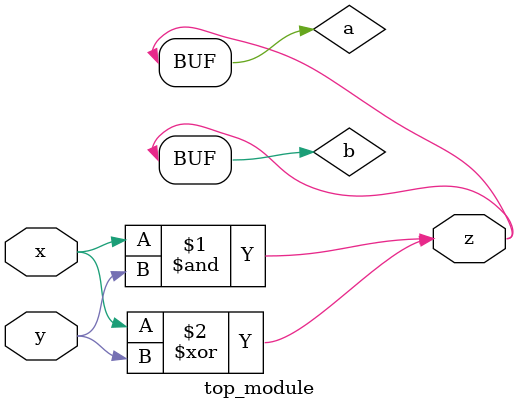
<source format=sv>
module top_module(
  input x,
  input y,
  output z);

  wire a, b;

  // First gate
  and gate1(a, x, y);     // a = x AND y

  // Second gate
  xor gate2(b, x, y);      // b = x XOR y

  // Third gate
  or gate3(z, a, b);      // z = a OR b


  // Add a buffer to propagate the values of a and b to the third gate
  buf buf_a(a, z);
  buf buf_b(b, z);

endmodule

</source>
